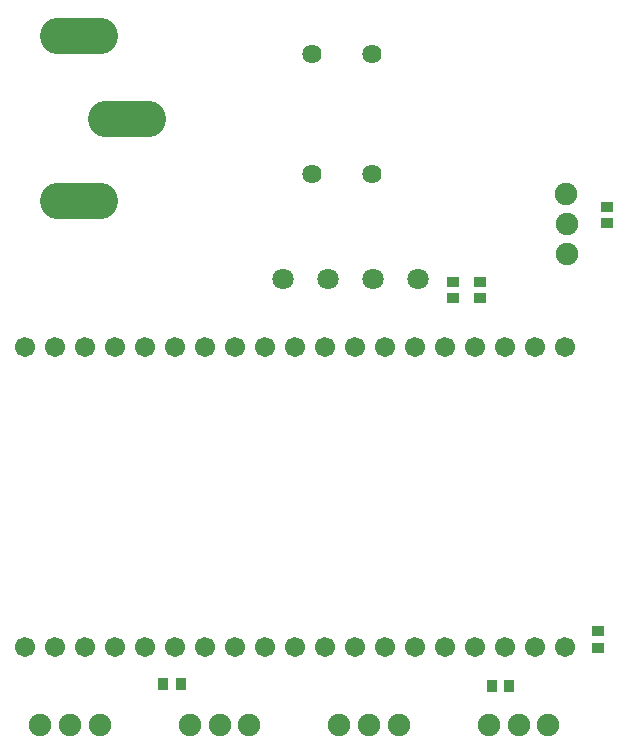
<source format=gts>
G04 Layer: TopSolderMaskLayer*
G04 EasyEDA v6.5.42, 2024-04-26 10:31:32*
G04 9f6459e1cdc04d20a695041d627ca585,394a4af37713441991a7fd952f151f2e,10*
G04 Gerber Generator version 0.2*
G04 Scale: 100 percent, Rotated: No, Reflected: No *
G04 Dimensions in millimeters *
G04 leading zeros omitted , absolute positions ,4 integer and 5 decimal *
%FSLAX45Y45*%
%MOMM*%

%AMMACRO1*1,1,$1,$2,$3*1,1,$1,$4,$5*1,1,$1,0-$2,0-$3*1,1,$1,0-$4,0-$5*20,1,$1,$2,$3,$4,$5,0*20,1,$1,$4,$5,0-$2,0-$3,0*20,1,$1,0-$2,0-$3,0-$4,0-$5,0*20,1,$1,0-$4,0-$5,$2,$3,0*4,1,4,$2,$3,$4,$5,0-$2,0-$3,0-$4,0-$5,$2,$3,0*%
%ADD10C,1.9016*%
%ADD11O,6.599986800000001X3.0999938*%
%ADD12MACRO1,0.1016X0.45X0.4X0.45X-0.4*%
%ADD13R,1.0016X0.9016*%
%ADD14MACRO1,0.1016X-0.4032X-0.432X-0.4032X0.432*%
%ADD15MACRO1,0.1016X0.4032X-0.432X0.4032X0.432*%
%ADD16C,1.8016*%
%ADD17C,1.6256*%
%ADD18C,1.7016*%

%LPD*%
D10*
G01*
X5988050Y6324600D03*
G01*
X5988050Y6578600D03*
G01*
X5975350Y6832600D03*
D11*
G01*
X1857400Y8167598D03*
G01*
X1857400Y6767601D03*
G01*
X2257399Y7467600D03*
D12*
G01*
X5016500Y5949800D03*
G01*
X5016500Y6089799D03*
G01*
X5245100Y5949800D03*
G01*
X5245100Y6089799D03*
D13*
G01*
X6324600Y6724802D03*
G01*
X6324600Y6584797D03*
D12*
G01*
X6248400Y2990700D03*
G01*
X6248400Y3130699D03*
D10*
G01*
X5325300Y2336800D03*
G01*
X5575312Y2336800D03*
G01*
X5825299Y2336800D03*
G01*
X4059539Y2336800D03*
G01*
X4309551Y2336800D03*
G01*
X4559538Y2336800D03*
G01*
X2793761Y2336800D03*
G01*
X3043773Y2336800D03*
G01*
X3293760Y2336800D03*
G01*
X1528000Y2336800D03*
G01*
X1778012Y2336800D03*
G01*
X2027999Y2336800D03*
D14*
G01*
X5498224Y2667000D03*
D15*
G01*
X5347575Y2667000D03*
D14*
G01*
X2716924Y2679700D03*
D15*
G01*
X2566275Y2679700D03*
D16*
G01*
X3581400Y6108700D03*
G01*
X3962400Y6108700D03*
G01*
X4343400Y6108700D03*
G01*
X4724400Y6108700D03*
D17*
G01*
X4330700Y8013700D03*
G01*
X4330700Y6997700D03*
G01*
X3822700Y8013700D03*
G01*
X3822700Y6997700D03*
D18*
G01*
X1397005Y2997202D03*
G01*
X1651005Y2997202D03*
G01*
X1905005Y2997202D03*
G01*
X2159005Y2997202D03*
G01*
X2413005Y2997202D03*
G01*
X2667005Y2997202D03*
G01*
X2921005Y2997202D03*
G01*
X3175005Y2997202D03*
G01*
X3429005Y2997202D03*
G01*
X3683005Y2997202D03*
G01*
X3937005Y2997202D03*
G01*
X4191005Y2997202D03*
G01*
X4445005Y2997202D03*
G01*
X4699005Y2997202D03*
G01*
X4953005Y2997202D03*
G01*
X5207005Y2997202D03*
G01*
X5461005Y2997202D03*
G01*
X5715005Y2997202D03*
G01*
X5969005Y2997202D03*
G01*
X1397005Y5537202D03*
G01*
X1651005Y5537202D03*
G01*
X1905005Y5537202D03*
G01*
X2159005Y5537202D03*
G01*
X2413005Y5537202D03*
G01*
X2667005Y5537202D03*
G01*
X2921005Y5537202D03*
G01*
X3175005Y5537202D03*
G01*
X3429005Y5537202D03*
G01*
X3683005Y5537202D03*
G01*
X3937005Y5537202D03*
G01*
X4191005Y5537202D03*
G01*
X4445005Y5537202D03*
G01*
X4699005Y5537202D03*
G01*
X4953005Y5537202D03*
G01*
X5207005Y5537202D03*
G01*
X5461005Y5537202D03*
G01*
X5715005Y5537202D03*
G01*
X5969005Y5537202D03*
M02*

</source>
